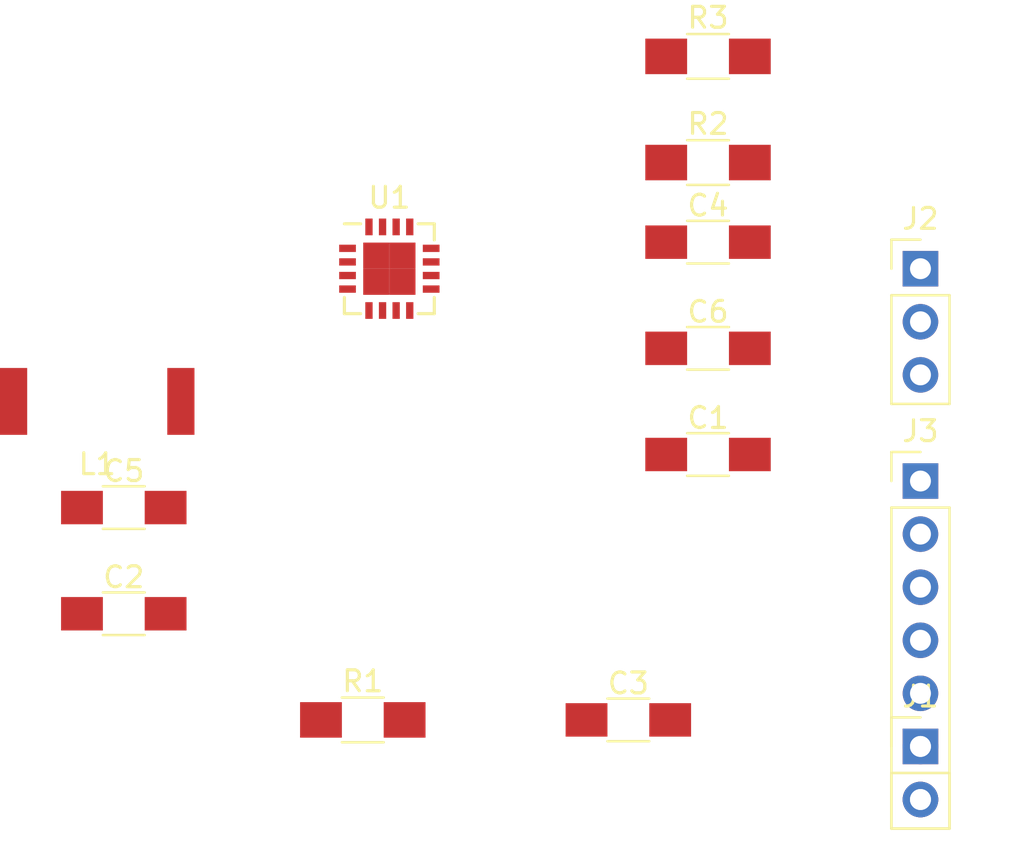
<source format=kicad_pcb>
(kicad_pcb (version 4) (host pcbnew 4.0.6)

  (general
    (links 36)
    (no_connects 36)
    (area 0 0 0 0)
    (thickness 1.6)
    (drawings 0)
    (tracks 0)
    (zones 0)
    (modules 14)
    (nets 12)
  )

  (page A4)
  (layers
    (0 F.Cu signal)
    (31 B.Cu signal)
    (32 B.Adhes user)
    (33 F.Adhes user)
    (34 B.Paste user)
    (35 F.Paste user)
    (36 B.SilkS user)
    (37 F.SilkS user)
    (38 B.Mask user)
    (39 F.Mask user)
    (40 Dwgs.User user)
    (41 Cmts.User user)
    (42 Eco1.User user)
    (43 Eco2.User user)
    (44 Edge.Cuts user)
    (45 Margin user)
    (46 B.CrtYd user)
    (47 F.CrtYd user)
    (48 B.Fab user)
    (49 F.Fab user)
  )

  (setup
    (last_trace_width 0.25)
    (trace_clearance 0.2)
    (zone_clearance 0.508)
    (zone_45_only no)
    (trace_min 0.2)
    (segment_width 0.2)
    (edge_width 0.15)
    (via_size 0.6)
    (via_drill 0.4)
    (via_min_size 0.4)
    (via_min_drill 0.3)
    (uvia_size 0.3)
    (uvia_drill 0.1)
    (uvias_allowed no)
    (uvia_min_size 0.2)
    (uvia_min_drill 0.1)
    (pcb_text_width 0.3)
    (pcb_text_size 1.5 1.5)
    (mod_edge_width 0.15)
    (mod_text_size 1 1)
    (mod_text_width 0.15)
    (pad_size 1.524 1.524)
    (pad_drill 0.762)
    (pad_to_mask_clearance 0.2)
    (aux_axis_origin 0 0)
    (visible_elements FFFFFF7F)
    (pcbplotparams
      (layerselection 0x00030_80000001)
      (usegerberextensions false)
      (excludeedgelayer true)
      (linewidth 0.100000)
      (plotframeref false)
      (viasonmask false)
      (mode 1)
      (useauxorigin false)
      (hpglpennumber 1)
      (hpglpenspeed 20)
      (hpglpendiameter 15)
      (hpglpenoverlay 2)
      (psnegative false)
      (psa4output false)
      (plotreference true)
      (plotvalue true)
      (plotinvisibletext false)
      (padsonsilk false)
      (subtractmaskfromsilk false)
      (outputformat 1)
      (mirror false)
      (drillshape 1)
      (scaleselection 1)
      (outputdirectory ""))
  )

  (net 0 "")
  (net 1 "Net-(C1-Pad1)")
  (net 2 GND)
  (net 3 "Net-(C3-Pad2)")
  (net 4 VCC)
  (net 5 "Net-(C5-Pad1)")
  (net 6 /CS)
  (net 7 /SI)
  (net 8 /IRQ)
  (net 9 /SCL)
  (net 10 /MISO)
  (net 11 /SDA/MOSB)

  (net_class Default "This is the default net class."
    (clearance 0.2)
    (trace_width 0.25)
    (via_dia 0.6)
    (via_drill 0.4)
    (uvia_dia 0.3)
    (uvia_drill 0.1)
    (add_net /CS)
    (add_net /IRQ)
    (add_net /MISO)
    (add_net /SCL)
    (add_net /SDA/MOSB)
    (add_net /SI)
    (add_net GND)
    (add_net "Net-(C1-Pad1)")
    (add_net "Net-(C3-Pad2)")
    (add_net "Net-(C5-Pad1)")
    (add_net VCC)
  )

  (module Capacitors_SMD:C_1206_HandSoldering (layer F.Cu) (tedit 58AA84D1) (tstamp 59BD30EF)
    (at 162.56 104.14)
    (descr "Capacitor SMD 1206, hand soldering")
    (tags "capacitor 1206")
    (path /5996004D)
    (attr smd)
    (fp_text reference C1 (at 0 -1.75) (layer F.SilkS)
      (effects (font (size 1 1) (thickness 0.15)))
    )
    (fp_text value 270pF (at 0 2) (layer F.Fab)
      (effects (font (size 1 1) (thickness 0.15)))
    )
    (fp_text user %R (at 0 -1.75) (layer F.Fab)
      (effects (font (size 1 1) (thickness 0.15)))
    )
    (fp_line (start -1.6 0.8) (end -1.6 -0.8) (layer F.Fab) (width 0.1))
    (fp_line (start 1.6 0.8) (end -1.6 0.8) (layer F.Fab) (width 0.1))
    (fp_line (start 1.6 -0.8) (end 1.6 0.8) (layer F.Fab) (width 0.1))
    (fp_line (start -1.6 -0.8) (end 1.6 -0.8) (layer F.Fab) (width 0.1))
    (fp_line (start 1 -1.02) (end -1 -1.02) (layer F.SilkS) (width 0.12))
    (fp_line (start -1 1.02) (end 1 1.02) (layer F.SilkS) (width 0.12))
    (fp_line (start -3.25 -1.05) (end 3.25 -1.05) (layer F.CrtYd) (width 0.05))
    (fp_line (start -3.25 -1.05) (end -3.25 1.05) (layer F.CrtYd) (width 0.05))
    (fp_line (start 3.25 1.05) (end 3.25 -1.05) (layer F.CrtYd) (width 0.05))
    (fp_line (start 3.25 1.05) (end -3.25 1.05) (layer F.CrtYd) (width 0.05))
    (pad 1 smd rect (at -2 0) (size 2 1.6) (layers F.Cu F.Paste F.Mask)
      (net 1 "Net-(C1-Pad1)"))
    (pad 2 smd rect (at 2 0) (size 2 1.6) (layers F.Cu F.Paste F.Mask)
      (net 2 GND))
    (model Capacitors_SMD.3dshapes/C_1206.wrl
      (at (xyz 0 0 0))
      (scale (xyz 1 1 1))
      (rotate (xyz 0 0 0))
    )
  )

  (module Capacitors_SMD:C_1206_HandSoldering (layer F.Cu) (tedit 58AA84D1) (tstamp 59BD30F5)
    (at 134.62 111.76)
    (descr "Capacitor SMD 1206, hand soldering")
    (tags "capacitor 1206")
    (path /59960020)
    (attr smd)
    (fp_text reference C2 (at 0 -1.75) (layer F.SilkS)
      (effects (font (size 1 1) (thickness 0.15)))
    )
    (fp_text value 680pF (at 0 2) (layer F.Fab)
      (effects (font (size 1 1) (thickness 0.15)))
    )
    (fp_text user %R (at 0 -1.75) (layer F.Fab)
      (effects (font (size 1 1) (thickness 0.15)))
    )
    (fp_line (start -1.6 0.8) (end -1.6 -0.8) (layer F.Fab) (width 0.1))
    (fp_line (start 1.6 0.8) (end -1.6 0.8) (layer F.Fab) (width 0.1))
    (fp_line (start 1.6 -0.8) (end 1.6 0.8) (layer F.Fab) (width 0.1))
    (fp_line (start -1.6 -0.8) (end 1.6 -0.8) (layer F.Fab) (width 0.1))
    (fp_line (start 1 -1.02) (end -1 -1.02) (layer F.SilkS) (width 0.12))
    (fp_line (start -1 1.02) (end 1 1.02) (layer F.SilkS) (width 0.12))
    (fp_line (start -3.25 -1.05) (end 3.25 -1.05) (layer F.CrtYd) (width 0.05))
    (fp_line (start -3.25 -1.05) (end -3.25 1.05) (layer F.CrtYd) (width 0.05))
    (fp_line (start 3.25 1.05) (end 3.25 -1.05) (layer F.CrtYd) (width 0.05))
    (fp_line (start 3.25 1.05) (end -3.25 1.05) (layer F.CrtYd) (width 0.05))
    (pad 1 smd rect (at -2 0) (size 2 1.6) (layers F.Cu F.Paste F.Mask)
      (net 1 "Net-(C1-Pad1)"))
    (pad 2 smd rect (at 2 0) (size 2 1.6) (layers F.Cu F.Paste F.Mask)
      (net 2 GND))
    (model Capacitors_SMD.3dshapes/C_1206.wrl
      (at (xyz 0 0 0))
      (scale (xyz 1 1 1))
      (rotate (xyz 0 0 0))
    )
  )

  (module Capacitors_SMD:C_1206_HandSoldering (layer F.Cu) (tedit 58AA84D1) (tstamp 59BD30FB)
    (at 158.75 116.84)
    (descr "Capacitor SMD 1206, hand soldering")
    (tags "capacitor 1206")
    (path /5995FE64)
    (attr smd)
    (fp_text reference C3 (at 0 -1.75) (layer F.SilkS)
      (effects (font (size 1 1) (thickness 0.15)))
    )
    (fp_text value 10uF (at 0 2) (layer F.Fab)
      (effects (font (size 1 1) (thickness 0.15)))
    )
    (fp_text user %R (at 0 -1.75) (layer F.Fab)
      (effects (font (size 1 1) (thickness 0.15)))
    )
    (fp_line (start -1.6 0.8) (end -1.6 -0.8) (layer F.Fab) (width 0.1))
    (fp_line (start 1.6 0.8) (end -1.6 0.8) (layer F.Fab) (width 0.1))
    (fp_line (start 1.6 -0.8) (end 1.6 0.8) (layer F.Fab) (width 0.1))
    (fp_line (start -1.6 -0.8) (end 1.6 -0.8) (layer F.Fab) (width 0.1))
    (fp_line (start 1 -1.02) (end -1 -1.02) (layer F.SilkS) (width 0.12))
    (fp_line (start -1 1.02) (end 1 1.02) (layer F.SilkS) (width 0.12))
    (fp_line (start -3.25 -1.05) (end 3.25 -1.05) (layer F.CrtYd) (width 0.05))
    (fp_line (start -3.25 -1.05) (end -3.25 1.05) (layer F.CrtYd) (width 0.05))
    (fp_line (start 3.25 1.05) (end 3.25 -1.05) (layer F.CrtYd) (width 0.05))
    (fp_line (start 3.25 1.05) (end -3.25 1.05) (layer F.CrtYd) (width 0.05))
    (pad 1 smd rect (at -2 0) (size 2 1.6) (layers F.Cu F.Paste F.Mask)
      (net 2 GND))
    (pad 2 smd rect (at 2 0) (size 2 1.6) (layers F.Cu F.Paste F.Mask)
      (net 3 "Net-(C3-Pad2)"))
    (model Capacitors_SMD.3dshapes/C_1206.wrl
      (at (xyz 0 0 0))
      (scale (xyz 1 1 1))
      (rotate (xyz 0 0 0))
    )
  )

  (module Capacitors_SMD:C_1206_HandSoldering (layer F.Cu) (tedit 58AA84D1) (tstamp 59BD3101)
    (at 162.56 93.98)
    (descr "Capacitor SMD 1206, hand soldering")
    (tags "capacitor 1206")
    (path /59961B3E)
    (attr smd)
    (fp_text reference C4 (at 0 -1.75) (layer F.SilkS)
      (effects (font (size 1 1) (thickness 0.15)))
    )
    (fp_text value 100nF (at 0 2) (layer F.Fab)
      (effects (font (size 1 1) (thickness 0.15)))
    )
    (fp_text user %R (at 0 -1.75) (layer F.Fab)
      (effects (font (size 1 1) (thickness 0.15)))
    )
    (fp_line (start -1.6 0.8) (end -1.6 -0.8) (layer F.Fab) (width 0.1))
    (fp_line (start 1.6 0.8) (end -1.6 0.8) (layer F.Fab) (width 0.1))
    (fp_line (start 1.6 -0.8) (end 1.6 0.8) (layer F.Fab) (width 0.1))
    (fp_line (start -1.6 -0.8) (end 1.6 -0.8) (layer F.Fab) (width 0.1))
    (fp_line (start 1 -1.02) (end -1 -1.02) (layer F.SilkS) (width 0.12))
    (fp_line (start -1 1.02) (end 1 1.02) (layer F.SilkS) (width 0.12))
    (fp_line (start -3.25 -1.05) (end 3.25 -1.05) (layer F.CrtYd) (width 0.05))
    (fp_line (start -3.25 -1.05) (end -3.25 1.05) (layer F.CrtYd) (width 0.05))
    (fp_line (start 3.25 1.05) (end 3.25 -1.05) (layer F.CrtYd) (width 0.05))
    (fp_line (start 3.25 1.05) (end -3.25 1.05) (layer F.CrtYd) (width 0.05))
    (pad 1 smd rect (at -2 0) (size 2 1.6) (layers F.Cu F.Paste F.Mask)
      (net 4 VCC))
    (pad 2 smd rect (at 2 0) (size 2 1.6) (layers F.Cu F.Paste F.Mask)
      (net 2 GND))
    (model Capacitors_SMD.3dshapes/C_1206.wrl
      (at (xyz 0 0 0))
      (scale (xyz 1 1 1))
      (rotate (xyz 0 0 0))
    )
  )

  (module Capacitors_SMD:C_1206_HandSoldering (layer F.Cu) (tedit 58AA84D1) (tstamp 59BD3107)
    (at 134.62 106.68)
    (descr "Capacitor SMD 1206, hand soldering")
    (tags "capacitor 1206")
    (path /59960B32)
    (attr smd)
    (fp_text reference C5 (at 0 -1.75) (layer F.SilkS)
      (effects (font (size 1 1) (thickness 0.15)))
    )
    (fp_text value 1uF (at 0 2) (layer F.Fab)
      (effects (font (size 1 1) (thickness 0.15)))
    )
    (fp_text user %R (at 0 -1.75) (layer F.Fab)
      (effects (font (size 1 1) (thickness 0.15)))
    )
    (fp_line (start -1.6 0.8) (end -1.6 -0.8) (layer F.Fab) (width 0.1))
    (fp_line (start 1.6 0.8) (end -1.6 0.8) (layer F.Fab) (width 0.1))
    (fp_line (start 1.6 -0.8) (end 1.6 0.8) (layer F.Fab) (width 0.1))
    (fp_line (start -1.6 -0.8) (end 1.6 -0.8) (layer F.Fab) (width 0.1))
    (fp_line (start 1 -1.02) (end -1 -1.02) (layer F.SilkS) (width 0.12))
    (fp_line (start -1 1.02) (end 1 1.02) (layer F.SilkS) (width 0.12))
    (fp_line (start -3.25 -1.05) (end 3.25 -1.05) (layer F.CrtYd) (width 0.05))
    (fp_line (start -3.25 -1.05) (end -3.25 1.05) (layer F.CrtYd) (width 0.05))
    (fp_line (start 3.25 1.05) (end 3.25 -1.05) (layer F.CrtYd) (width 0.05))
    (fp_line (start 3.25 1.05) (end -3.25 1.05) (layer F.CrtYd) (width 0.05))
    (pad 1 smd rect (at -2 0) (size 2 1.6) (layers F.Cu F.Paste F.Mask)
      (net 5 "Net-(C5-Pad1)"))
    (pad 2 smd rect (at 2 0) (size 2 1.6) (layers F.Cu F.Paste F.Mask)
      (net 2 GND))
    (model Capacitors_SMD.3dshapes/C_1206.wrl
      (at (xyz 0 0 0))
      (scale (xyz 1 1 1))
      (rotate (xyz 0 0 0))
    )
  )

  (module Capacitors_SMD:C_1206_HandSoldering (layer F.Cu) (tedit 58AA84D1) (tstamp 59BD310D)
    (at 162.56 99.06)
    (descr "Capacitor SMD 1206, hand soldering")
    (tags "capacitor 1206")
    (path /59961C3D)
    (attr smd)
    (fp_text reference C6 (at 0 -1.75) (layer F.SilkS)
      (effects (font (size 1 1) (thickness 0.15)))
    )
    (fp_text value 1uF (at 0 2) (layer F.Fab)
      (effects (font (size 1 1) (thickness 0.15)))
    )
    (fp_text user %R (at 0 -1.75) (layer F.Fab)
      (effects (font (size 1 1) (thickness 0.15)))
    )
    (fp_line (start -1.6 0.8) (end -1.6 -0.8) (layer F.Fab) (width 0.1))
    (fp_line (start 1.6 0.8) (end -1.6 0.8) (layer F.Fab) (width 0.1))
    (fp_line (start 1.6 -0.8) (end 1.6 0.8) (layer F.Fab) (width 0.1))
    (fp_line (start -1.6 -0.8) (end 1.6 -0.8) (layer F.Fab) (width 0.1))
    (fp_line (start 1 -1.02) (end -1 -1.02) (layer F.SilkS) (width 0.12))
    (fp_line (start -1 1.02) (end 1 1.02) (layer F.SilkS) (width 0.12))
    (fp_line (start -3.25 -1.05) (end 3.25 -1.05) (layer F.CrtYd) (width 0.05))
    (fp_line (start -3.25 -1.05) (end -3.25 1.05) (layer F.CrtYd) (width 0.05))
    (fp_line (start 3.25 1.05) (end 3.25 -1.05) (layer F.CrtYd) (width 0.05))
    (fp_line (start 3.25 1.05) (end -3.25 1.05) (layer F.CrtYd) (width 0.05))
    (pad 1 smd rect (at -2 0) (size 2 1.6) (layers F.Cu F.Paste F.Mask)
      (net 2 GND))
    (pad 2 smd rect (at 2 0) (size 2 1.6) (layers F.Cu F.Paste F.Mask)
      (net 4 VCC))
    (model Capacitors_SMD.3dshapes/C_1206.wrl
      (at (xyz 0 0 0))
      (scale (xyz 1 1 1))
      (rotate (xyz 0 0 0))
    )
  )

  (module Pin_Headers:Pin_Header_Straight_1x03_Pitch2.54mm (layer F.Cu) (tedit 5862ED52) (tstamp 59BD311A)
    (at 172.72 95.25)
    (descr "Through hole straight pin header, 1x03, 2.54mm pitch, single row")
    (tags "Through hole pin header THT 1x03 2.54mm single row")
    (path /599605D8)
    (fp_text reference J2 (at 0 -2.39) (layer F.SilkS)
      (effects (font (size 1 1) (thickness 0.15)))
    )
    (fp_text value CONN_01X03 (at 0 7.47) (layer F.Fab)
      (effects (font (size 1 1) (thickness 0.15)))
    )
    (fp_line (start -1.27 -1.27) (end -1.27 6.35) (layer F.Fab) (width 0.1))
    (fp_line (start -1.27 6.35) (end 1.27 6.35) (layer F.Fab) (width 0.1))
    (fp_line (start 1.27 6.35) (end 1.27 -1.27) (layer F.Fab) (width 0.1))
    (fp_line (start 1.27 -1.27) (end -1.27 -1.27) (layer F.Fab) (width 0.1))
    (fp_line (start -1.39 1.27) (end -1.39 6.47) (layer F.SilkS) (width 0.12))
    (fp_line (start -1.39 6.47) (end 1.39 6.47) (layer F.SilkS) (width 0.12))
    (fp_line (start 1.39 6.47) (end 1.39 1.27) (layer F.SilkS) (width 0.12))
    (fp_line (start 1.39 1.27) (end -1.39 1.27) (layer F.SilkS) (width 0.12))
    (fp_line (start -1.39 0) (end -1.39 -1.39) (layer F.SilkS) (width 0.12))
    (fp_line (start -1.39 -1.39) (end 0 -1.39) (layer F.SilkS) (width 0.12))
    (fp_line (start -1.6 -1.6) (end -1.6 6.6) (layer F.CrtYd) (width 0.05))
    (fp_line (start -1.6 6.6) (end 1.6 6.6) (layer F.CrtYd) (width 0.05))
    (fp_line (start 1.6 6.6) (end 1.6 -1.6) (layer F.CrtYd) (width 0.05))
    (fp_line (start 1.6 -1.6) (end -1.6 -1.6) (layer F.CrtYd) (width 0.05))
    (pad 1 thru_hole rect (at 0 0) (size 1.7 1.7) (drill 1) (layers *.Cu *.Mask)
      (net 4 VCC))
    (pad 2 thru_hole oval (at 0 2.54) (size 1.7 1.7) (drill 1) (layers *.Cu *.Mask)
      (net 7 /SI))
    (pad 3 thru_hole oval (at 0 5.08) (size 1.7 1.7) (drill 1) (layers *.Cu *.Mask)
      (net 2 GND))
    (model Pin_Headers.3dshapes/Pin_Header_Straight_1x03_Pitch2.54mm.wrl
      (at (xyz 0 -0.1 0))
      (scale (xyz 1 1 1))
      (rotate (xyz 0 0 90))
    )
  )

  (module MA5532-AE:MA5532-AE (layer F.Cu) (tedit 59BD2D09) (tstamp 59BD312B)
    (at 133.35 101.6)
    (path /599603BE)
    (fp_text reference L1 (at 0 3) (layer F.SilkS)
      (effects (font (size 1 1) (thickness 0.15)))
    )
    (fp_text value MA5532-AE (at 0 -3 180) (layer F.Fab)
      (effects (font (size 1 1) (thickness 0.15)))
    )
    (pad 1 smd rect (at -4 0) (size 1.3 3.2) (layers F.Cu F.Paste F.Mask)
      (net 1 "Net-(C1-Pad1)"))
    (pad 2 smd rect (at 4 0) (size 1.3 3.2) (layers F.Cu F.Paste F.Mask)
      (net 2 GND))
  )

  (module Resistors_SMD:R_1206_HandSoldering (layer F.Cu) (tedit 58AADA36) (tstamp 59BD3131)
    (at 146.05 116.84)
    (descr "Resistor SMD 1206, hand soldering")
    (tags "resistor 1206")
    (path /5995FF6C)
    (attr smd)
    (fp_text reference R1 (at 0 -1.85) (layer F.SilkS)
      (effects (font (size 1 1) (thickness 0.15)))
    )
    (fp_text value 10k (at 0 1.9) (layer F.Fab)
      (effects (font (size 1 1) (thickness 0.15)))
    )
    (fp_text user %R (at 0 -1.85) (layer F.Fab)
      (effects (font (size 1 1) (thickness 0.15)))
    )
    (fp_line (start -1.6 0.8) (end -1.6 -0.8) (layer F.Fab) (width 0.1))
    (fp_line (start 1.6 0.8) (end -1.6 0.8) (layer F.Fab) (width 0.1))
    (fp_line (start 1.6 -0.8) (end 1.6 0.8) (layer F.Fab) (width 0.1))
    (fp_line (start -1.6 -0.8) (end 1.6 -0.8) (layer F.Fab) (width 0.1))
    (fp_line (start 1 1.07) (end -1 1.07) (layer F.SilkS) (width 0.12))
    (fp_line (start -1 -1.07) (end 1 -1.07) (layer F.SilkS) (width 0.12))
    (fp_line (start -3.25 -1.11) (end 3.25 -1.11) (layer F.CrtYd) (width 0.05))
    (fp_line (start -3.25 -1.11) (end -3.25 1.1) (layer F.CrtYd) (width 0.05))
    (fp_line (start 3.25 1.1) (end 3.25 -1.11) (layer F.CrtYd) (width 0.05))
    (fp_line (start 3.25 1.1) (end -3.25 1.1) (layer F.CrtYd) (width 0.05))
    (pad 1 smd rect (at -2 0) (size 2 1.7) (layers F.Cu F.Paste F.Mask)
      (net 1 "Net-(C1-Pad1)"))
    (pad 2 smd rect (at 2 0) (size 2 1.7) (layers F.Cu F.Paste F.Mask)
      (net 2 GND))
    (model Resistors_SMD.3dshapes/R_1206.wrl
      (at (xyz 0 0 0))
      (scale (xyz 1 1 1))
      (rotate (xyz 0 0 0))
    )
  )

  (module Resistors_SMD:R_1206_HandSoldering (layer F.Cu) (tedit 58AADA36) (tstamp 59BD3137)
    (at 162.56 90.17)
    (descr "Resistor SMD 1206, hand soldering")
    (tags "resistor 1206")
    (path /59961904)
    (attr smd)
    (fp_text reference R2 (at 0 -1.85) (layer F.SilkS)
      (effects (font (size 1 1) (thickness 0.15)))
    )
    (fp_text value 10k (at 0 1.9) (layer F.Fab)
      (effects (font (size 1 1) (thickness 0.15)))
    )
    (fp_text user %R (at 0 -1.85) (layer F.Fab)
      (effects (font (size 1 1) (thickness 0.15)))
    )
    (fp_line (start -1.6 0.8) (end -1.6 -0.8) (layer F.Fab) (width 0.1))
    (fp_line (start 1.6 0.8) (end -1.6 0.8) (layer F.Fab) (width 0.1))
    (fp_line (start 1.6 -0.8) (end 1.6 0.8) (layer F.Fab) (width 0.1))
    (fp_line (start -1.6 -0.8) (end 1.6 -0.8) (layer F.Fab) (width 0.1))
    (fp_line (start 1 1.07) (end -1 1.07) (layer F.SilkS) (width 0.12))
    (fp_line (start -1 -1.07) (end 1 -1.07) (layer F.SilkS) (width 0.12))
    (fp_line (start -3.25 -1.11) (end 3.25 -1.11) (layer F.CrtYd) (width 0.05))
    (fp_line (start -3.25 -1.11) (end -3.25 1.1) (layer F.CrtYd) (width 0.05))
    (fp_line (start 3.25 1.1) (end 3.25 -1.11) (layer F.CrtYd) (width 0.05))
    (fp_line (start 3.25 1.1) (end -3.25 1.1) (layer F.CrtYd) (width 0.05))
    (pad 1 smd rect (at -2 0) (size 2 1.7) (layers F.Cu F.Paste F.Mask)
      (net 4 VCC))
    (pad 2 smd rect (at 2 0) (size 2 1.7) (layers F.Cu F.Paste F.Mask)
      (net 11 /SDA/MOSB))
    (model Resistors_SMD.3dshapes/R_1206.wrl
      (at (xyz 0 0 0))
      (scale (xyz 1 1 1))
      (rotate (xyz 0 0 0))
    )
  )

  (module Resistors_SMD:R_1206_HandSoldering (layer F.Cu) (tedit 58AADA36) (tstamp 59BD313D)
    (at 162.56 85.09)
    (descr "Resistor SMD 1206, hand soldering")
    (tags "resistor 1206")
    (path /59961747)
    (attr smd)
    (fp_text reference R3 (at 0 -1.85) (layer F.SilkS)
      (effects (font (size 1 1) (thickness 0.15)))
    )
    (fp_text value 10k (at 0 1.9) (layer F.Fab)
      (effects (font (size 1 1) (thickness 0.15)))
    )
    (fp_text user %R (at 0 -1.85) (layer F.Fab)
      (effects (font (size 1 1) (thickness 0.15)))
    )
    (fp_line (start -1.6 0.8) (end -1.6 -0.8) (layer F.Fab) (width 0.1))
    (fp_line (start 1.6 0.8) (end -1.6 0.8) (layer F.Fab) (width 0.1))
    (fp_line (start 1.6 -0.8) (end 1.6 0.8) (layer F.Fab) (width 0.1))
    (fp_line (start -1.6 -0.8) (end 1.6 -0.8) (layer F.Fab) (width 0.1))
    (fp_line (start 1 1.07) (end -1 1.07) (layer F.SilkS) (width 0.12))
    (fp_line (start -1 -1.07) (end 1 -1.07) (layer F.SilkS) (width 0.12))
    (fp_line (start -3.25 -1.11) (end 3.25 -1.11) (layer F.CrtYd) (width 0.05))
    (fp_line (start -3.25 -1.11) (end -3.25 1.1) (layer F.CrtYd) (width 0.05))
    (fp_line (start 3.25 1.1) (end 3.25 -1.11) (layer F.CrtYd) (width 0.05))
    (fp_line (start 3.25 1.1) (end -3.25 1.1) (layer F.CrtYd) (width 0.05))
    (pad 1 smd rect (at -2 0) (size 2 1.7) (layers F.Cu F.Paste F.Mask)
      (net 4 VCC))
    (pad 2 smd rect (at 2 0) (size 2 1.7) (layers F.Cu F.Paste F.Mask)
      (net 9 /SCL))
    (model Resistors_SMD.3dshapes/R_1206.wrl
      (at (xyz 0 0 0))
      (scale (xyz 1 1 1))
      (rotate (xyz 0 0 0))
    )
  )

  (module Housings_DFN_QFN:QFN-16-1EP_4x4mm_Pitch0.65mm (layer F.Cu) (tedit 54130A77) (tstamp 59BD3155)
    (at 147.32 95.25)
    (descr "16-Lead Plastic Quad Flat, No Lead Package (ML) - 4x4x0.9 mm Body [QFN]; (see Microchip Packaging Specification 00000049BS.pdf)")
    (tags "QFN 0.65")
    (path /5995FC5E)
    (attr smd)
    (fp_text reference U1 (at 0 -3.4) (layer F.SilkS)
      (effects (font (size 1 1) (thickness 0.15)))
    )
    (fp_text value AS3935 (at 0 3.4) (layer F.Fab)
      (effects (font (size 1 1) (thickness 0.15)))
    )
    (fp_line (start -1 -2) (end 2 -2) (layer F.Fab) (width 0.15))
    (fp_line (start 2 -2) (end 2 2) (layer F.Fab) (width 0.15))
    (fp_line (start 2 2) (end -2 2) (layer F.Fab) (width 0.15))
    (fp_line (start -2 2) (end -2 -1) (layer F.Fab) (width 0.15))
    (fp_line (start -2 -1) (end -1 -2) (layer F.Fab) (width 0.15))
    (fp_line (start -2.65 -2.65) (end -2.65 2.65) (layer F.CrtYd) (width 0.05))
    (fp_line (start 2.65 -2.65) (end 2.65 2.65) (layer F.CrtYd) (width 0.05))
    (fp_line (start -2.65 -2.65) (end 2.65 -2.65) (layer F.CrtYd) (width 0.05))
    (fp_line (start -2.65 2.65) (end 2.65 2.65) (layer F.CrtYd) (width 0.05))
    (fp_line (start 2.15 -2.15) (end 2.15 -1.375) (layer F.SilkS) (width 0.15))
    (fp_line (start -2.15 2.15) (end -2.15 1.375) (layer F.SilkS) (width 0.15))
    (fp_line (start 2.15 2.15) (end 2.15 1.375) (layer F.SilkS) (width 0.15))
    (fp_line (start -2.15 -2.15) (end -1.375 -2.15) (layer F.SilkS) (width 0.15))
    (fp_line (start -2.15 2.15) (end -1.375 2.15) (layer F.SilkS) (width 0.15))
    (fp_line (start 2.15 2.15) (end 1.375 2.15) (layer F.SilkS) (width 0.15))
    (fp_line (start 2.15 -2.15) (end 1.375 -2.15) (layer F.SilkS) (width 0.15))
    (pad 1 smd rect (at -2 -0.975) (size 0.8 0.35) (layers F.Cu F.Paste F.Mask)
      (net 3 "Net-(C3-Pad2)"))
    (pad 2 smd rect (at -2 -0.325) (size 0.8 0.35) (layers F.Cu F.Paste F.Mask)
      (net 1 "Net-(C1-Pad1)"))
    (pad 3 smd rect (at -2 0.325) (size 0.8 0.35) (layers F.Cu F.Paste F.Mask)
      (net 2 GND))
    (pad 4 smd rect (at -2 0.975) (size 0.8 0.35) (layers F.Cu F.Paste F.Mask)
      (net 2 GND))
    (pad 5 smd rect (at -0.975 2 90) (size 0.8 0.35) (layers F.Cu F.Paste F.Mask)
      (net 4 VCC))
    (pad 6 smd rect (at -0.325 2 90) (size 0.8 0.35) (layers F.Cu F.Paste F.Mask)
      (net 5 "Net-(C5-Pad1)"))
    (pad 7 smd rect (at 0.325 2 90) (size 0.8 0.35) (layers F.Cu F.Paste F.Mask)
      (net 4 VCC))
    (pad 8 smd rect (at 0.975 2 90) (size 0.8 0.35) (layers F.Cu F.Paste F.Mask)
      (net 6 /CS))
    (pad 9 smd rect (at 2 0.975) (size 0.8 0.35) (layers F.Cu F.Paste F.Mask)
      (net 7 /SI))
    (pad 10 smd rect (at 2 0.325) (size 0.8 0.35) (layers F.Cu F.Paste F.Mask)
      (net 8 /IRQ))
    (pad 11 smd rect (at 2 -0.325) (size 0.8 0.35) (layers F.Cu F.Paste F.Mask)
      (net 9 /SCL))
    (pad 12 smd rect (at 2 -0.975) (size 0.8 0.35) (layers F.Cu F.Paste F.Mask)
      (net 10 /MISO))
    (pad 13 smd rect (at 0.975 -2 90) (size 0.8 0.35) (layers F.Cu F.Paste F.Mask)
      (net 11 /SDA/MOSB))
    (pad 14 smd rect (at 0.325 -2 90) (size 0.8 0.35) (layers F.Cu F.Paste F.Mask))
    (pad 15 smd rect (at -0.325 -2 90) (size 0.8 0.35) (layers F.Cu F.Paste F.Mask)
      (net 2 GND))
    (pad 16 smd rect (at -0.975 -2 90) (size 0.8 0.35) (layers F.Cu F.Paste F.Mask)
      (net 2 GND))
    (pad 17 smd rect (at 0.625 0.625) (size 1.25 1.25) (layers F.Cu F.Paste F.Mask)
      (solder_paste_margin_ratio -0.2))
    (pad 17 smd rect (at 0.625 -0.625) (size 1.25 1.25) (layers F.Cu F.Paste F.Mask)
      (solder_paste_margin_ratio -0.2))
    (pad 17 smd rect (at -0.625 0.625) (size 1.25 1.25) (layers F.Cu F.Paste F.Mask)
      (solder_paste_margin_ratio -0.2))
    (pad 17 smd rect (at -0.625 -0.625) (size 1.25 1.25) (layers F.Cu F.Paste F.Mask)
      (solder_paste_margin_ratio -0.2))
    (model Housings_DFN_QFN.3dshapes/QFN-16-1EP_4x4mm_Pitch0.65mm.wrl
      (at (xyz 0 0 0))
      (scale (xyz 1 1 1))
      (rotate (xyz 0 0 0))
    )
  )

  (module Pin_Headers:Pin_Header_Straight_1x02_Pitch2.54mm (layer F.Cu) (tedit 5862ED52) (tstamp 59BD3412)
    (at 172.72 118.11)
    (descr "Through hole straight pin header, 1x02, 2.54mm pitch, single row")
    (tags "Through hole pin header THT 1x02 2.54mm single row")
    (path /59960474)
    (fp_text reference J1 (at 0 -2.39) (layer F.SilkS)
      (effects (font (size 1 1) (thickness 0.15)))
    )
    (fp_text value CONN_01X02 (at 0 4.93) (layer F.Fab)
      (effects (font (size 1 1) (thickness 0.15)))
    )
    (fp_line (start -1.27 -1.27) (end -1.27 3.81) (layer F.Fab) (width 0.1))
    (fp_line (start -1.27 3.81) (end 1.27 3.81) (layer F.Fab) (width 0.1))
    (fp_line (start 1.27 3.81) (end 1.27 -1.27) (layer F.Fab) (width 0.1))
    (fp_line (start 1.27 -1.27) (end -1.27 -1.27) (layer F.Fab) (width 0.1))
    (fp_line (start -1.39 1.27) (end -1.39 3.93) (layer F.SilkS) (width 0.12))
    (fp_line (start -1.39 3.93) (end 1.39 3.93) (layer F.SilkS) (width 0.12))
    (fp_line (start 1.39 3.93) (end 1.39 1.27) (layer F.SilkS) (width 0.12))
    (fp_line (start 1.39 1.27) (end -1.39 1.27) (layer F.SilkS) (width 0.12))
    (fp_line (start -1.39 0) (end -1.39 -1.39) (layer F.SilkS) (width 0.12))
    (fp_line (start -1.39 -1.39) (end 0 -1.39) (layer F.SilkS) (width 0.12))
    (fp_line (start -1.6 -1.6) (end -1.6 4.1) (layer F.CrtYd) (width 0.05))
    (fp_line (start -1.6 4.1) (end 1.6 4.1) (layer F.CrtYd) (width 0.05))
    (fp_line (start 1.6 4.1) (end 1.6 -1.6) (layer F.CrtYd) (width 0.05))
    (fp_line (start 1.6 -1.6) (end -1.6 -1.6) (layer F.CrtYd) (width 0.05))
    (pad 1 thru_hole rect (at 0 0) (size 1.7 1.7) (drill 1) (layers *.Cu *.Mask)
      (net 6 /CS))
    (pad 2 thru_hole oval (at 0 2.54) (size 1.7 1.7) (drill 1) (layers *.Cu *.Mask)
      (net 2 GND))
    (model Pin_Headers.3dshapes/Pin_Header_Straight_1x02_Pitch2.54mm.wrl
      (at (xyz 0 -0.05 0))
      (scale (xyz 1 1 1))
      (rotate (xyz 0 0 90))
    )
  )

  (module Pin_Headers:Pin_Header_Straight_1x07_Pitch2.54mm (layer F.Cu) (tedit 5862ED52) (tstamp 59BD3417)
    (at 172.72 105.41)
    (descr "Through hole straight pin header, 1x07, 2.54mm pitch, single row")
    (tags "Through hole pin header THT 1x07 2.54mm single row")
    (path /59961413)
    (fp_text reference J3 (at 0 -2.39) (layer F.SilkS)
      (effects (font (size 1 1) (thickness 0.15)))
    )
    (fp_text value CONN_01X07 (at 0 17.63) (layer F.Fab)
      (effects (font (size 1 1) (thickness 0.15)))
    )
    (fp_line (start -1.27 -1.27) (end -1.27 16.51) (layer F.Fab) (width 0.1))
    (fp_line (start -1.27 16.51) (end 1.27 16.51) (layer F.Fab) (width 0.1))
    (fp_line (start 1.27 16.51) (end 1.27 -1.27) (layer F.Fab) (width 0.1))
    (fp_line (start 1.27 -1.27) (end -1.27 -1.27) (layer F.Fab) (width 0.1))
    (fp_line (start -1.39 1.27) (end -1.39 16.63) (layer F.SilkS) (width 0.12))
    (fp_line (start -1.39 16.63) (end 1.39 16.63) (layer F.SilkS) (width 0.12))
    (fp_line (start 1.39 16.63) (end 1.39 1.27) (layer F.SilkS) (width 0.12))
    (fp_line (start 1.39 1.27) (end -1.39 1.27) (layer F.SilkS) (width 0.12))
    (fp_line (start -1.39 0) (end -1.39 -1.39) (layer F.SilkS) (width 0.12))
    (fp_line (start -1.39 -1.39) (end 0 -1.39) (layer F.SilkS) (width 0.12))
    (fp_line (start -1.6 -1.6) (end -1.6 16.8) (layer F.CrtYd) (width 0.05))
    (fp_line (start -1.6 16.8) (end 1.6 16.8) (layer F.CrtYd) (width 0.05))
    (fp_line (start 1.6 16.8) (end 1.6 -1.6) (layer F.CrtYd) (width 0.05))
    (fp_line (start 1.6 -1.6) (end -1.6 -1.6) (layer F.CrtYd) (width 0.05))
    (pad 1 thru_hole rect (at 0 0) (size 1.7 1.7) (drill 1) (layers *.Cu *.Mask)
      (net 4 VCC))
    (pad 2 thru_hole oval (at 0 2.54) (size 1.7 1.7) (drill 1) (layers *.Cu *.Mask)
      (net 2 GND))
    (pad 3 thru_hole oval (at 0 5.08) (size 1.7 1.7) (drill 1) (layers *.Cu *.Mask)
      (net 6 /CS))
    (pad 4 thru_hole oval (at 0 7.62) (size 1.7 1.7) (drill 1) (layers *.Cu *.Mask)
      (net 8 /IRQ))
    (pad 5 thru_hole oval (at 0 10.16) (size 1.7 1.7) (drill 1) (layers *.Cu *.Mask)
      (net 9 /SCL))
    (pad 6 thru_hole oval (at 0 12.7) (size 1.7 1.7) (drill 1) (layers *.Cu *.Mask)
      (net 10 /MISO))
    (pad 7 thru_hole oval (at 0 15.24) (size 1.7 1.7) (drill 1) (layers *.Cu *.Mask)
      (net 11 /SDA/MOSB))
    (model Pin_Headers.3dshapes/Pin_Header_Straight_1x07_Pitch2.54mm.wrl
      (at (xyz 0 -0.3 0))
      (scale (xyz 1 1 1))
      (rotate (xyz 0 0 90))
    )
  )

)

</source>
